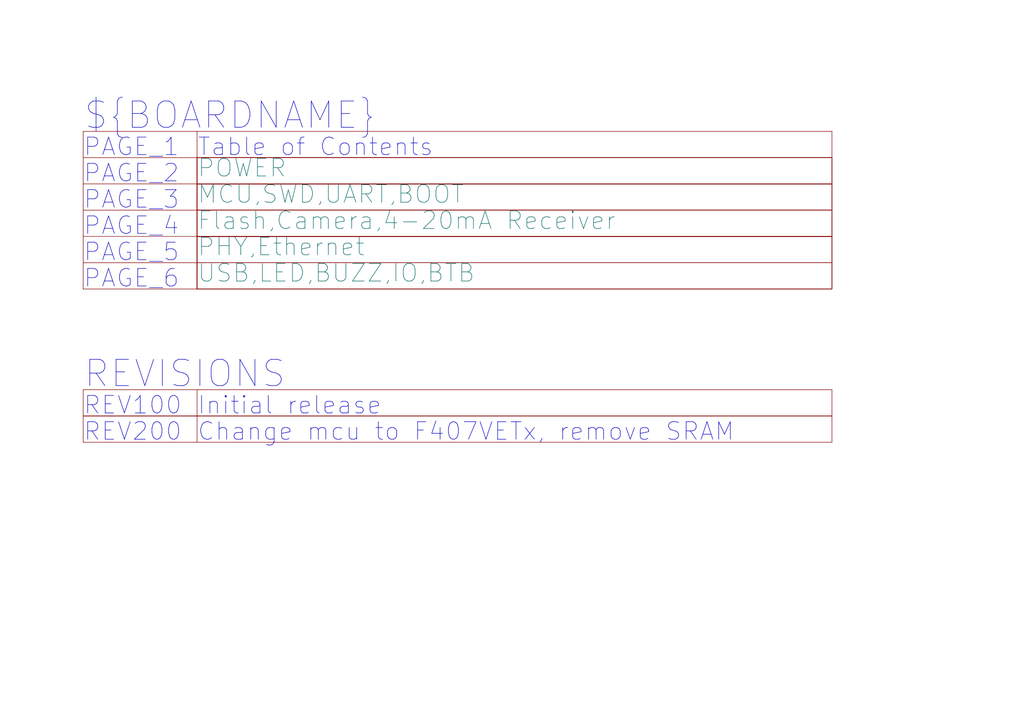
<source format=kicad_sch>
(kicad_sch (version 20211123) (generator eeschema)
  (paper "A4")
  (title_block (title "Table of contents") (date "2022-10-25") (rev "200") (company "A. Chen") (comment 1 "CCTV3_F407ZET_REV100"))
  (lib_symbols)
  (polyline (pts (xy 24.13 45.72) (xy 24.13 53.34)) (stroke (width 0) (type solid) (color 132 0 0 1)))
  (polyline (pts (xy 24.13 53.34) (xy 57.15 53.34)) (stroke (width 0) (type solid) (color 132 0 0 1)))
  (polyline (pts (xy 24.13 68.58) (xy 57.15 68.58)) (stroke (width 0) (type solid) (color 132 0 0 1)))
  (polyline (pts (xy 57.15 38.1) (xy 57.15 45.72)) (stroke (width 0) (type solid) (color 132 0 0 1)))
  (polyline (pts (xy 241.3 38.1) (xy 24.13 38.1)) (stroke (width 0) (type solid) (color 132 0 0 1)))
  (polyline (pts (xy 24.13 60.96) (xy 57.15 60.96)) (stroke (width 0) (type solid) (color 132 0 0 1)))
  (polyline (pts (xy 241.3 45.72) (xy 24.13 45.72)) (stroke (width 0) (type solid) (color 132 0 0 1)))
  (polyline (pts (xy 57.15 60.96) (xy 57.15 68.58)) (stroke (width 0) (type solid) (color 132 0 0 1)))
  (polyline (pts (xy 24.13 76.2) (xy 24.13 83.82)) (stroke (width 0) (type solid) (color 132 0 0 1)))
  (polyline (pts (xy 241.3 120.65) (xy 24.13 120.65)) (stroke (width 0) (type solid) (color 132 0 0 1)))
  (polyline (pts (xy 241.3 120.65) (xy 241.3 128.27)) (stroke (width 0) (type solid) (color 132 0 0 1)))
  (polyline (pts (xy 57.15 53.34) (xy 57.15 60.96)) (stroke (width 0) (type solid) (color 132 0 0 1)))
  (polyline (pts (xy 57.15 76.2) (xy 57.15 83.82)) (stroke (width 0) (type solid) (color 132 0 0 1)))
  (polyline (pts (xy 57.15 120.65) (xy 57.15 128.27)) (stroke (width 0) (type solid) (color 132 0 0 1)))
  (polyline (pts (xy 241.3 128.27) (xy 24.13 128.27)) (stroke (width 0) (type solid) (color 132 0 0 1)))
  (polyline (pts (xy 241.3 113.03) (xy 241.3 120.65)) (stroke (width 0) (type solid) (color 132 0 0 1)))
  (polyline (pts (xy 24.13 113.03) (xy 24.13 120.65)) (stroke (width 0) (type solid) (color 132 0 0 1)))
  (polyline (pts (xy 57.15 113.03) (xy 57.15 120.65)) (stroke (width 0) (type solid) (color 132 0 0 1)))
  (polyline (pts (xy 24.13 38.1) (xy 24.13 45.72)) (stroke (width 0) (type solid) (color 132 0 0 1)))
  (polyline (pts (xy 24.13 83.82) (xy 57.15 83.82)) (stroke (width 0) (type solid) (color 132 0 0 1)))
  (polyline (pts (xy 24.13 60.96) (xy 24.13 68.58)) (stroke (width 0) (type solid) (color 132 0 0 1)))
  (polyline (pts (xy 24.13 68.58) (xy 24.13 76.2)) (stroke (width 0) (type solid) (color 132 0 0 1)))
  (polyline (pts (xy 57.15 45.72) (xy 57.15 53.34)) (stroke (width 0) (type solid) (color 132 0 0 1)))
  (polyline (pts (xy 241.3 113.03) (xy 24.13 113.03)) (stroke (width 0) (type solid) (color 132 0 0 1)))
  (polyline (pts (xy 24.13 120.65) (xy 24.13 128.27)) (stroke (width 0) (type solid) (color 132 0 0 1)))
  (polyline (pts (xy 24.13 76.2) (xy 57.15 76.2)) (stroke (width 0) (type solid) (color 132 0 0 1)))
  (polyline (pts (xy 241.3 120.65) (xy 24.13 120.65)) (stroke (width 0) (type solid) (color 132 0 0 1)))
  (polyline (pts (xy 241.3 38.1) (xy 241.3 45.72)) (stroke (width 0) (type solid) (color 132 0 0 1)))
  (polyline (pts (xy 24.13 53.34) (xy 24.13 60.96)) (stroke (width 0) (type solid) (color 132 0 0 1)))
  (polyline (pts (xy 57.15 68.58) (xy 57.15 76.2)) (stroke (width 0) (type solid) (color 132 0 0 1)))
  (text "Initial release" (at 57.15 120.65 0) (effects (font (size 5.08 5.08)) (justify left bottom)))
  (text "PAGE_5" (at 24.13 76.2 0) (effects (font (size 5.08 5.08)) (justify left bottom)))
  (text "REVISIONS" (at 24.13 113.03 0) (effects (font (size 7.62 7.62)) (justify left bottom)))
  (text "PAGE_1" (at 24.13 45.72 0) (effects (font (size 5.08 5.08)) (justify left bottom)))
  (text "PAGE_2" (at 24.13 53.34 0) (effects (font (size 5.08 5.08)) (justify left bottom)))
  (text "PAGE_3" (at 24.13 60.96 0) (effects (font (size 5.08 5.08)) (justify left bottom)))
  (text "REV200" (at 24.13 128.27 0) (effects (font (size 5.08 5.08)) (justify left bottom)))
  (text "${BOARDNAME}" (at 24.13 38.1 0) (effects (font (size 7.62 7.62)) (justify left bottom)))
  (text "Table of Contents" (at 57.15 45.72 0) (effects (font (size 5.08 5.08)) (justify left bottom)))
  (text "REV100" (at 24.13 120.65 0) (effects (font (size 5.08 5.08)) (justify left bottom)))
  (text "Change mcu to F407VETx, remove SRAM" (at 57.15 128.27 0) (effects (font (size 5.08 5.08)) (justify left bottom)))
  (text "PAGE_6" (at 24.13 83.82 0) (effects (font (size 5.08 5.08)) (justify left bottom)))
  (text "PAGE_4" (at 24.13 68.58 0) (effects (font (size 5.08 5.08)) (justify left bottom)))
  (sheet (at 57.15 68.58) (size 184.15 7.62) (stroke (width 0.1524))
    (property "Sheet name" "PHY,Ethernet" (at 57.15 68.58 0) (effects (font (size 5.08 5.08)) (justify left top)))
    (property "Sheet file" "ethernet.kicad_sch" (effects hide))
  )
  (sheet (at 57.15 76.2) (size 184.15 7.62) (stroke (width 0.1524))
    (property "Sheet name" "USB,LED,BUZZ,IO,BTB" (at 57.15 76.2 0) (effects (font (size 5.08 5.08)) (justify left top)))
    (property "Sheet file" "io.kicad_sch" (effects hide))
  )
  (sheet (at 57.15 53.34) (size 184.15 7.62) (stroke (width 0.1524))
    (property "Sheet name" "MCU,SWD,UART,BOOT" (at 57.15 53.34 0) (effects (font (size 5.08 5.08)) (justify left top)))
    (property "Sheet file" "mcu.kicad_sch" (effects hide))
  )
  (sheet (at 57.15 60.96) (size 184.15 7.62) (stroke (width 0.1524))
    (property "Sheet name" "Flash,Camera,4-20mA Receiver" (at 57.15 60.96 0) (effects (font (size 5.08 5.08)) (justify left top)))
    (property "Sheet file" "highspeed_peripheral.kicad_sch" (effects hide))
  )
  (sheet (at 57.15 45.72) (size 184.15 7.62) (stroke (width 0.1524))
    (property "Sheet name" "POWER" (at 57.15 45.72 0) (effects (font (size 5.08 5.08)) (justify left top)))
    (property "Sheet file" "power.kicad_sch" (effects hide))
  )
)
</source>
